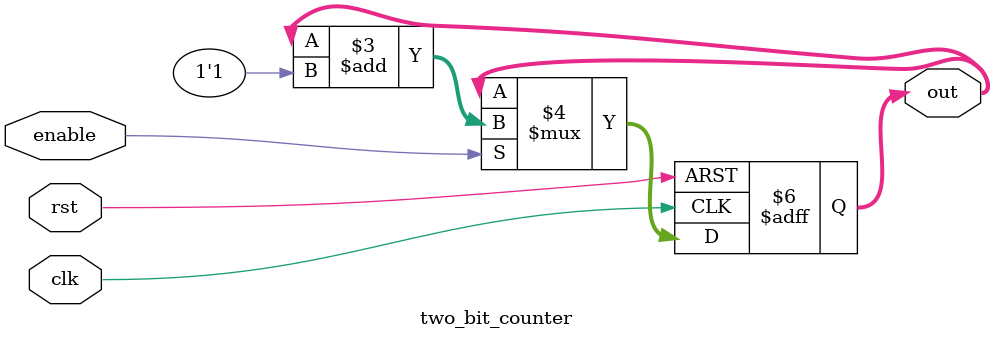
<source format=v>
module two_bit_counter(
    input wire clk,
    input wire rst,
    input wire enable,
    output reg [1:0] out
);

always @(posedge clk or negedge rst) begin
    if (!rst) out <= 2'b00;
    else if (enable) out <= out + 1'b1;
end

endmodule

</source>
